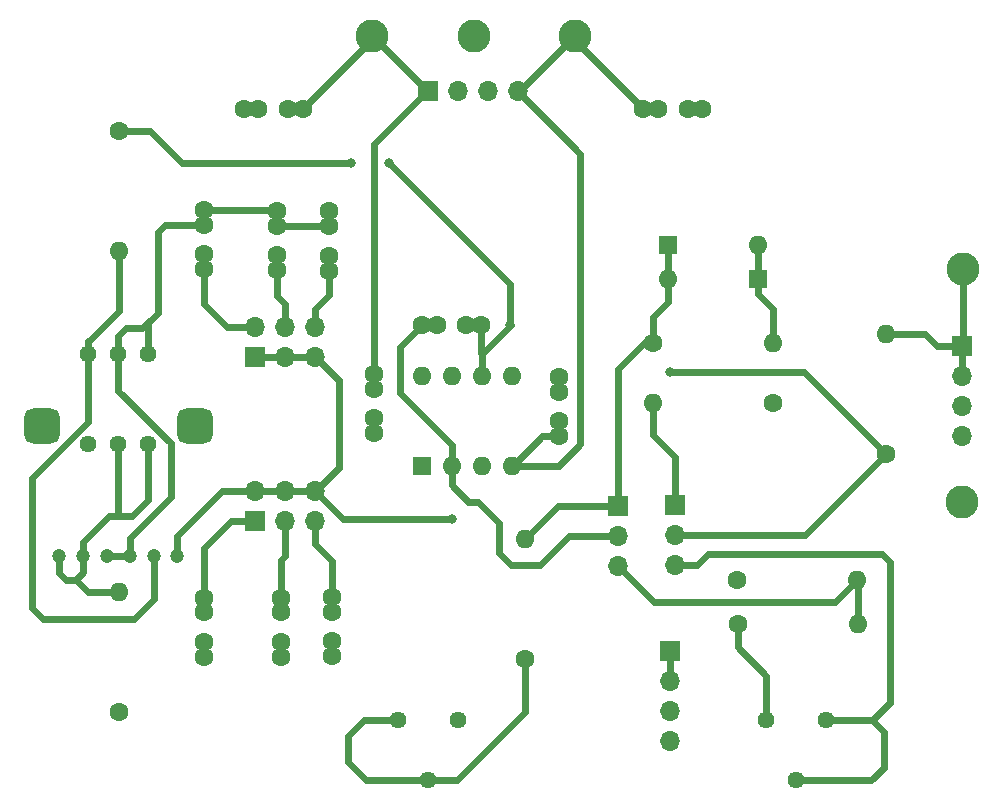
<source format=gbr>
%TF.GenerationSoftware,KiCad,Pcbnew,8.0.4*%
%TF.CreationDate,2025-02-12T17:53:24-08:00*%
%TF.ProjectId,wien_bridge_oscillator,7769656e-5f62-4726-9964-67655f6f7363,rev?*%
%TF.SameCoordinates,Original*%
%TF.FileFunction,Copper,L1,Top*%
%TF.FilePolarity,Positive*%
%FSLAX46Y46*%
G04 Gerber Fmt 4.6, Leading zero omitted, Abs format (unit mm)*
G04 Created by KiCad (PCBNEW 8.0.4) date 2025-02-12 17:53:24*
%MOMM*%
%LPD*%
G01*
G04 APERTURE LIST*
G04 Aperture macros list*
%AMRoundRect*
0 Rectangle with rounded corners*
0 $1 Rounding radius*
0 $2 $3 $4 $5 $6 $7 $8 $9 X,Y pos of 4 corners*
0 Add a 4 corners polygon primitive as box body*
4,1,4,$2,$3,$4,$5,$6,$7,$8,$9,$2,$3,0*
0 Add four circle primitives for the rounded corners*
1,1,$1+$1,$2,$3*
1,1,$1+$1,$4,$5*
1,1,$1+$1,$6,$7*
1,1,$1+$1,$8,$9*
0 Add four rect primitives between the rounded corners*
20,1,$1+$1,$2,$3,$4,$5,0*
20,1,$1+$1,$4,$5,$6,$7,0*
20,1,$1+$1,$6,$7,$8,$9,0*
20,1,$1+$1,$8,$9,$2,$3,0*%
G04 Aperture macros list end*
%TA.AperFunction,ComponentPad*%
%ADD10C,1.600000*%
%TD*%
%TA.AperFunction,ComponentPad*%
%ADD11O,1.600000X1.600000*%
%TD*%
%TA.AperFunction,ComponentPad*%
%ADD12C,2.800000*%
%TD*%
%TA.AperFunction,ComponentPad*%
%ADD13R,1.600000X1.600000*%
%TD*%
%TA.AperFunction,ComponentPad*%
%ADD14R,1.700000X1.700000*%
%TD*%
%TA.AperFunction,ComponentPad*%
%ADD15O,1.700000X1.700000*%
%TD*%
%TA.AperFunction,ComponentPad*%
%ADD16C,1.440000*%
%TD*%
%TA.AperFunction,ComponentPad*%
%ADD17RoundRect,0.750000X0.750000X0.750000X-0.750000X0.750000X-0.750000X-0.750000X0.750000X-0.750000X0*%
%TD*%
%TA.AperFunction,ComponentPad*%
%ADD18C,1.200000*%
%TD*%
%TA.AperFunction,ViaPad*%
%ADD19C,0.800000*%
%TD*%
%TA.AperFunction,Conductor*%
%ADD20C,0.600000*%
%TD*%
G04 APERTURE END LIST*
D10*
%TO.P,R4,1*%
%TO.N,Net-(D1-A)*%
X170307000Y-89789000D03*
D11*
%TO.P,R4,2*%
%TO.N,Net-(J1-Pin_1)*%
X160147000Y-89789000D03*
%TD*%
D10*
%TO.P,C7,1*%
%TO.N,/IN-*%
X140614400Y-83210400D03*
X141864400Y-83210400D03*
%TO.P,C7,2*%
%TO.N,Net-(J1-Pin_2)*%
X144364400Y-83210400D03*
X145614400Y-83210400D03*
%TD*%
D12*
%TO.P,TP1,1,1*%
%TO.N,VCC*%
X136391000Y-58699400D03*
%TD*%
%TO.P,TP5,1,1*%
%TO.N,GND*%
X186309000Y-98171000D03*
%TD*%
D13*
%TO.P,U1,1,NULL*%
%TO.N,/NN*%
X140614400Y-95173800D03*
D11*
%TO.P,U1,2,-*%
%TO.N,/IN-*%
X143154400Y-95173800D03*
%TO.P,U1,3,+*%
%TO.N,Net-(J10-Pin_2)*%
X145694400Y-95173800D03*
%TO.P,U1,4,V-*%
%TO.N,VSS*%
X148234400Y-95173800D03*
%TO.P,U1,5,NULL*%
%TO.N,/NP1*%
X148234400Y-87553800D03*
%TO.P,U1,6*%
%TO.N,Net-(J1-Pin_2)*%
X145694400Y-87553800D03*
%TO.P,U1,7,V+*%
%TO.N,VCC*%
X143154400Y-87553800D03*
%TO.P,U1,8,ALT*%
%TO.N,unconnected-(U1-ALT-Pad8)*%
X140614400Y-87553800D03*
%TD*%
D14*
%TO.P,J9,1,Pin_1*%
%TO.N,Net-(D1-K)*%
X157175200Y-98501200D03*
D15*
%TO.P,J9,2,Pin_2*%
%TO.N,/IN-*%
X157175200Y-101041200D03*
%TO.P,J9,3,Pin_3*%
%TO.N,/FB_BULB*%
X157175200Y-103581200D03*
%TD*%
D13*
%TO.P,D2,1,K*%
%TO.N,Net-(D1-A)*%
X169037000Y-79324200D03*
D11*
%TO.P,D2,2,A*%
%TO.N,Net-(D1-K)*%
X161417000Y-79324200D03*
%TD*%
D10*
%TO.P,C6,1*%
%TO.N,VCC*%
X130516000Y-64871600D03*
X129266000Y-64871600D03*
%TO.P,C6,2*%
%TO.N,GND*%
X126766000Y-64871600D03*
X125516000Y-64871600D03*
%TD*%
D14*
%TO.P,J10,1,Pin_1*%
%TO.N,Net-(J10-Pin_1)*%
X126492000Y-99796600D03*
D15*
%TO.P,J10,2,Pin_2*%
%TO.N,Net-(J10-Pin_2)*%
X126492000Y-97256600D03*
%TO.P,J10,3,Pin_3*%
%TO.N,Net-(J10-Pin_3)*%
X129032000Y-99796600D03*
%TO.P,J10,4,Pin_4*%
%TO.N,Net-(J10-Pin_2)*%
X129032000Y-97256600D03*
%TO.P,J10,5,Pin_5*%
%TO.N,Net-(J10-Pin_5)*%
X131572000Y-99796600D03*
%TO.P,J10,6,Pin_6*%
%TO.N,Net-(J10-Pin_2)*%
X131572000Y-97256600D03*
%TD*%
D14*
%TO.P,J1,1,Pin_1*%
%TO.N,Net-(J1-Pin_1)*%
X162001200Y-98425000D03*
D15*
%TO.P,J1,2,Pin_2*%
%TO.N,Net-(J1-Pin_2)*%
X162001200Y-100965000D03*
%TO.P,J1,3,Pin_3*%
%TO.N,/OUT_BULB*%
X162001200Y-103505000D03*
%TD*%
D10*
%TO.P,C4,1*%
%TO.N,GND*%
X152196800Y-87597600D03*
X152196800Y-88847600D03*
%TO.P,C4,2*%
%TO.N,VSS*%
X152196800Y-91347600D03*
X152196800Y-92597600D03*
%TD*%
D12*
%TO.P,TP4,1,1*%
%TO.N,Net-(J2-Pin_1)*%
X186436000Y-78486000D03*
%TD*%
D10*
%TO.P,C5,1*%
%TO.N,Net-(J7-Pin_2)*%
X122148800Y-78465600D03*
X122148800Y-77215600D03*
%TO.P,C5,2*%
%TO.N,Net-(C2-Pad2)*%
X122148800Y-74715600D03*
X122148800Y-73465600D03*
%TD*%
%TO.P,C1,1*%
%TO.N,GND*%
X132994400Y-111205000D03*
X132994400Y-109955000D03*
%TO.P,C1,2*%
%TO.N,Net-(J10-Pin_5)*%
X132994400Y-107455000D03*
X132994400Y-106205000D03*
%TD*%
%TO.P,C9,1*%
%TO.N,GND*%
X164348800Y-64871600D03*
X163098800Y-64871600D03*
%TO.P,C9,2*%
%TO.N,VSS*%
X160598800Y-64871600D03*
X159348800Y-64871600D03*
%TD*%
D14*
%TO.P,J2,1,Pin_1*%
%TO.N,Net-(J2-Pin_1)*%
X186309000Y-84963000D03*
D15*
%TO.P,J2,2,Pin_2*%
X186309000Y-87503000D03*
%TO.P,J2,3,Pin_3*%
%TO.N,GND*%
X186309000Y-90043000D03*
%TO.P,J2,4,Pin_4*%
X186309000Y-92583000D03*
%TD*%
D16*
%TO.P,RV1,1,1*%
%TO.N,Net-(R18-Pad1)*%
X138557000Y-116662200D03*
%TO.P,RV1,2,2*%
X141097000Y-121742200D03*
%TO.P,RV1,3,3*%
%TO.N,GND*%
X143637000Y-116662200D03*
%TD*%
D10*
%TO.P,C8,1*%
%TO.N,Net-(J7-Pin_4)*%
X128346200Y-78541800D03*
X128346200Y-77291800D03*
%TO.P,C8,2*%
%TO.N,Net-(C2-Pad2)*%
X128346200Y-74791800D03*
X128346200Y-73541800D03*
%TD*%
%TO.P,R1,1*%
%TO.N,Net-(J6-Pin_1)*%
X167259000Y-104800400D03*
D11*
%TO.P,R1,2*%
%TO.N,/FB_BULB*%
X177419000Y-104800400D03*
%TD*%
D10*
%TO.P,C10,1*%
%TO.N,GND*%
X122123200Y-111288200D03*
X122123200Y-110038200D03*
%TO.P,C10,2*%
%TO.N,Net-(J10-Pin_1)*%
X122123200Y-107538200D03*
X122123200Y-106288200D03*
%TD*%
D17*
%TO.P,RV5,*%
%TO.N,*%
X108409600Y-91734000D03*
X121409600Y-91734000D03*
D18*
%TO.P,RV5,1,1*%
%TO.N,Net-(R14-Pad2)*%
X111909600Y-102734000D03*
%TO.P,RV5,2,2*%
X109909600Y-102734000D03*
%TO.P,RV5,3,3*%
%TO.N,Net-(J10-Pin_2)*%
X119909600Y-102734000D03*
%TO.P,RV5,4,4*%
%TO.N,Net-(C2-Pad2)*%
X113909600Y-102734000D03*
%TO.P,RV5,5,5*%
X115909600Y-102734000D03*
%TO.P,RV5,6,6*%
%TO.N,Net-(R9-Pad2)*%
X117909600Y-102734000D03*
%TD*%
D14*
%TO.P,J6,1,Pin_1*%
%TO.N,Net-(J6-Pin_1)*%
X161620200Y-110794800D03*
D15*
%TO.P,J6,2,Pin_2*%
X161620200Y-113334800D03*
%TO.P,J6,3,Pin_3*%
%TO.N,GND*%
X161620200Y-115874800D03*
%TO.P,J6,4,Pin_4*%
X161620200Y-118414800D03*
%TD*%
D10*
%TO.P,R3,1*%
%TO.N,Net-(J1-Pin_2)*%
X179908200Y-94107000D03*
D11*
%TO.P,R3,2*%
%TO.N,Net-(J2-Pin_1)*%
X179908200Y-83947000D03*
%TD*%
D10*
%TO.P,R14,1*%
%TO.N,GND*%
X114935000Y-115951000D03*
D11*
%TO.P,R14,2*%
%TO.N,Net-(R14-Pad2)*%
X114935000Y-105791000D03*
%TD*%
D14*
%TO.P,J7,1,Pin_1*%
%TO.N,Net-(J10-Pin_2)*%
X126502400Y-85877400D03*
D15*
%TO.P,J7,2,Pin_2*%
%TO.N,Net-(J7-Pin_2)*%
X126502400Y-83337400D03*
%TO.P,J7,3,Pin_3*%
%TO.N,Net-(J10-Pin_2)*%
X129042400Y-85877400D03*
%TO.P,J7,4,Pin_4*%
%TO.N,Net-(J7-Pin_4)*%
X129042400Y-83337400D03*
%TO.P,J7,5,Pin_5*%
%TO.N,Net-(J10-Pin_2)*%
X131582400Y-85877400D03*
%TO.P,J7,6,Pin_6*%
%TO.N,Net-(J7-Pin_6)*%
X131582400Y-83337400D03*
%TD*%
D10*
%TO.P,R6,1*%
%TO.N,Net-(D1-K)*%
X160147000Y-84759800D03*
D11*
%TO.P,R6,2*%
%TO.N,Net-(D1-A)*%
X170307000Y-84759800D03*
%TD*%
D10*
%TO.P,C11,1*%
%TO.N,GND*%
X128651000Y-111288200D03*
X128651000Y-110038200D03*
%TO.P,C11,2*%
%TO.N,Net-(J10-Pin_3)*%
X128651000Y-107538200D03*
X128651000Y-106288200D03*
%TD*%
%TO.P,C2,1*%
%TO.N,Net-(J7-Pin_6)*%
X132765800Y-78587600D03*
X132765800Y-77337600D03*
%TO.P,C2,2*%
%TO.N,Net-(C2-Pad2)*%
X132765800Y-74837600D03*
X132765800Y-73587600D03*
%TD*%
D16*
%TO.P,RV3,1,1*%
%TO.N,Net-(R2-Pad1)*%
X169722800Y-116662200D03*
%TO.P,RV3,2,2*%
%TO.N,/OUT_BULB*%
X172262800Y-121742200D03*
%TO.P,RV3,3,3*%
X174802800Y-116662200D03*
%TD*%
D10*
%TO.P,R9,1*%
%TO.N,Net-(J1-Pin_2)*%
X114935000Y-66802000D03*
D11*
%TO.P,R9,2*%
%TO.N,Net-(R9-Pad2)*%
X114935000Y-76962000D03*
%TD*%
D12*
%TO.P,TP2,1,1*%
%TO.N,GND*%
X144981000Y-58699400D03*
%TD*%
D10*
%TO.P,C3,1*%
%TO.N,VCC*%
X136575800Y-87352800D03*
X136575800Y-88602800D03*
%TO.P,C3,2*%
%TO.N,GND*%
X136575800Y-91102800D03*
X136575800Y-92352800D03*
%TD*%
D16*
%TO.P,RV2,1,1*%
%TO.N,Net-(R14-Pad2)*%
X117449600Y-93268800D03*
%TO.P,RV2,2,2*%
X114909600Y-93268800D03*
%TO.P,RV2,3,3*%
%TO.N,Net-(J10-Pin_2)*%
X112369600Y-93268800D03*
%TO.P,RV2,4,4*%
%TO.N,Net-(C2-Pad2)*%
X117449600Y-85648800D03*
%TO.P,RV2,5,5*%
X114909600Y-85648800D03*
%TO.P,RV2,6,6*%
%TO.N,Net-(R9-Pad2)*%
X112369600Y-85648800D03*
%TD*%
D10*
%TO.P,R18,1*%
%TO.N,Net-(R18-Pad1)*%
X149352000Y-111480600D03*
D11*
%TO.P,R18,2*%
%TO.N,Net-(D1-K)*%
X149352000Y-101320600D03*
%TD*%
D12*
%TO.P,TP3,1,1*%
%TO.N,VSS*%
X153536000Y-58699400D03*
%TD*%
D14*
%TO.P,J5,1,Pin_1*%
%TO.N,VCC*%
X141090000Y-63398400D03*
D15*
%TO.P,J5,2,Pin_2*%
%TO.N,GND*%
X143630000Y-63398400D03*
%TO.P,J5,3,Pin_3*%
X146170000Y-63398400D03*
%TO.P,J5,4,Pin_4*%
%TO.N,VSS*%
X148710000Y-63398400D03*
%TD*%
D13*
%TO.P,D1,1,K*%
%TO.N,Net-(D1-K)*%
X161417000Y-76383800D03*
D11*
%TO.P,D1,2,A*%
%TO.N,Net-(D1-A)*%
X169037000Y-76383800D03*
%TD*%
D10*
%TO.P,R2,1*%
%TO.N,Net-(R2-Pad1)*%
X167346000Y-108508000D03*
D11*
%TO.P,R2,2*%
%TO.N,/FB_BULB*%
X177506000Y-108508000D03*
%TD*%
D19*
%TO.N,Net-(J1-Pin_2)*%
X137845800Y-69519800D03*
X161645600Y-87198200D03*
X148082000Y-83185000D03*
X134594600Y-69519800D03*
%TO.N,Net-(J10-Pin_2)*%
X143154400Y-99593400D03*
%TD*%
D20*
%TO.N,VSS*%
X159348800Y-64871600D02*
X153536000Y-59058800D01*
X152196800Y-95097600D02*
X154025600Y-93268800D01*
X152196800Y-95097600D02*
X148354400Y-95097600D01*
X154025600Y-93268800D02*
X154025600Y-68714000D01*
X153536000Y-59058800D02*
X153536000Y-58699400D01*
X154025600Y-68714000D02*
X148710000Y-63398400D01*
X148837000Y-63398400D02*
X148710000Y-63398400D01*
X153536000Y-58699400D02*
X148837000Y-63398400D01*
X152196800Y-92597600D02*
X150810600Y-92597600D01*
X150810600Y-92597600D02*
X148209000Y-95199200D01*
X148354400Y-95097600D02*
X148218200Y-95233800D01*
%TO.N,VCC*%
X136391000Y-58699400D02*
X141090000Y-63398400D01*
X130516000Y-64871600D02*
X136391000Y-58996600D01*
X136575800Y-67881500D02*
X141058900Y-63398400D01*
X136391000Y-58996600D02*
X136391000Y-58699400D01*
X141058900Y-63398400D02*
X141090000Y-63398400D01*
X136575800Y-87352800D02*
X136575800Y-67881500D01*
%TO.N,/IN-*%
X157175200Y-101041200D02*
X153085800Y-101041200D01*
X148132800Y-103479600D02*
X147116800Y-102463600D01*
X145389600Y-98196400D02*
X144551400Y-98196400D01*
X147116800Y-102463600D02*
X147116800Y-99923600D01*
X147116800Y-99923600D02*
X145389600Y-98196400D01*
X140614400Y-83210400D02*
X138760200Y-85064600D01*
X144551400Y-98196400D02*
X143138200Y-96783200D01*
X150647400Y-103479600D02*
X148132800Y-103479600D01*
X143138200Y-93354200D02*
X143138200Y-95233800D01*
X138760200Y-88976200D02*
X143138200Y-93354200D01*
X138760200Y-85064600D02*
X138760200Y-88976200D01*
X153085800Y-101041200D02*
X150647400Y-103479600D01*
X143138200Y-96783200D02*
X143138200Y-95233800D01*
%TO.N,Net-(J2-Pin_1)*%
X186309000Y-87503000D02*
X186309000Y-84963000D01*
X186436000Y-78486000D02*
X186436000Y-84836000D01*
X186309000Y-84963000D02*
X184226200Y-84963000D01*
X186436000Y-84836000D02*
X186309000Y-84963000D01*
X183210200Y-83947000D02*
X179908200Y-83947000D01*
X184226200Y-84963000D02*
X183210200Y-83947000D01*
%TO.N,Net-(D1-A)*%
X169037000Y-80543400D02*
X170307000Y-81813400D01*
X169037000Y-79324200D02*
X169037000Y-80543400D01*
X169037000Y-76383800D02*
X169037000Y-79324200D01*
X170307000Y-81813400D02*
X170307000Y-84759800D01*
%TO.N,Net-(D1-K)*%
X159371229Y-84759800D02*
X160147000Y-84759800D01*
X157175200Y-98501200D02*
X152171400Y-98501200D01*
X152171400Y-98501200D02*
X149352000Y-101320600D01*
X161417000Y-81254600D02*
X160147000Y-82524600D01*
X157175200Y-86955829D02*
X159371229Y-84759800D01*
X161417000Y-76383800D02*
X161417000Y-79324200D01*
X161417000Y-79324200D02*
X161417000Y-81254600D01*
X160147000Y-82524600D02*
X160147000Y-84759800D01*
X157175200Y-98501200D02*
X157175200Y-86955829D01*
%TO.N,Net-(J1-Pin_2)*%
X145678200Y-85646600D02*
X148114400Y-83210400D01*
X117602000Y-66802000D02*
X114935000Y-66802000D01*
X137845800Y-69519800D02*
X148082000Y-79756000D01*
X148082000Y-83185000D02*
X148114400Y-83210400D01*
X172999400Y-87198200D02*
X176758600Y-90957400D01*
X134594600Y-69519800D02*
X120319800Y-69519800D01*
X161645600Y-87198200D02*
X172999400Y-87198200D01*
X120319800Y-69519800D02*
X117602000Y-66802000D01*
X145678200Y-85646600D02*
X145614400Y-85582800D01*
X162001200Y-100965000D02*
X173050200Y-100965000D01*
X148082000Y-79756000D02*
X148082000Y-83185000D01*
X176758600Y-90957400D02*
X179908200Y-94107000D01*
X145678200Y-87613800D02*
X145678200Y-85646600D01*
X173050200Y-100965000D02*
X179908200Y-94107000D01*
X145614400Y-85582800D02*
X145614400Y-83210400D01*
%TO.N,/OUT_BULB*%
X178714400Y-116662200D02*
X179705000Y-117652800D01*
X174802800Y-116662200D02*
X178714400Y-116662200D01*
X162001200Y-103505000D02*
X163906200Y-103505000D01*
X179705000Y-117652800D02*
X179705000Y-120675400D01*
X179527200Y-102565200D02*
X180213000Y-103251000D01*
X180213000Y-103251000D02*
X180213000Y-115163600D01*
X163906200Y-103505000D02*
X164846000Y-102565200D01*
X180213000Y-115163600D02*
X178714400Y-116662200D01*
X178638200Y-121742200D02*
X172262800Y-121742200D01*
X179705000Y-120675400D02*
X178638200Y-121742200D01*
X164846000Y-102565200D02*
X179527200Y-102565200D01*
%TO.N,/FB_BULB*%
X175590200Y-106629200D02*
X177419000Y-104800400D01*
X177506000Y-108508000D02*
X177506000Y-104887400D01*
X177506000Y-104887400D02*
X177419000Y-104800400D01*
X157175200Y-103581200D02*
X160223200Y-106629200D01*
X160223200Y-106629200D02*
X175590200Y-106629200D01*
%TO.N,Net-(R18-Pad1)*%
X149352000Y-116001800D02*
X147421600Y-117932200D01*
X143611600Y-121742200D02*
X147421600Y-117932200D01*
X149352000Y-111480600D02*
X149352000Y-116001800D01*
X134391400Y-117996400D02*
X134391400Y-120231600D01*
X135725600Y-116662200D02*
X134391400Y-117996400D01*
X134391400Y-120231600D02*
X135902000Y-121742200D01*
X138557000Y-116662200D02*
X135725600Y-116662200D01*
X135902000Y-121742200D02*
X141097000Y-121742200D01*
X141097000Y-121742200D02*
X143611600Y-121742200D01*
%TO.N,Net-(R9-Pad2)*%
X108534200Y-108102400D02*
X116230400Y-108102400D01*
X114960400Y-81991200D02*
X112395000Y-84556600D01*
X114935000Y-81965800D02*
X114960400Y-81991200D01*
X112395000Y-84556600D02*
X112369600Y-84556600D01*
X107619800Y-107188000D02*
X108534200Y-108102400D01*
X112369600Y-91440000D02*
X107619800Y-96189800D01*
X107619800Y-96189800D02*
X107619800Y-107188000D01*
X116230400Y-108102400D02*
X117909600Y-106423200D01*
X114935000Y-76962000D02*
X114935000Y-81965800D01*
X117909600Y-106423200D02*
X117909600Y-102734000D01*
X112369600Y-84556600D02*
X112369600Y-91440000D01*
%TO.N,Net-(R14-Pad2)*%
X114909600Y-99263200D02*
X114985800Y-99339400D01*
X111909600Y-104142800D02*
X111909600Y-102734000D01*
X112344200Y-105791000D02*
X111302800Y-104749600D01*
X111909600Y-102734000D02*
X111909600Y-101577400D01*
X114985800Y-99339400D02*
X116103400Y-99339400D01*
X114935000Y-105791000D02*
X112344200Y-105791000D01*
X114909600Y-93268800D02*
X114909600Y-99263200D01*
X110490000Y-104749600D02*
X111302800Y-104749600D01*
X116103400Y-99339400D02*
X117449600Y-97993200D01*
X109909600Y-104169200D02*
X110490000Y-104749600D01*
X117449600Y-97993200D02*
X117449600Y-93268800D01*
X114147600Y-99339400D02*
X114985800Y-99339400D01*
X111302800Y-104749600D02*
X111909600Y-104142800D01*
X109909600Y-102734000D02*
X109909600Y-104169200D01*
X111909600Y-101577400D02*
X114147600Y-99339400D01*
%TO.N,Net-(J10-Pin_5)*%
X131572000Y-101752400D02*
X132994400Y-103174800D01*
X131572000Y-99796600D02*
X131572000Y-101752400D01*
X132994400Y-103174800D02*
X132994400Y-106205000D01*
%TO.N,Net-(J7-Pin_6)*%
X131582400Y-81828400D02*
X132765800Y-80645000D01*
X131582400Y-83337400D02*
X131582400Y-81828400D01*
X132765800Y-80645000D02*
X132765800Y-78587600D01*
%TO.N,Net-(C2-Pad2)*%
X114909600Y-84150200D02*
X115570000Y-83489800D01*
X117640100Y-82791300D02*
X118262400Y-82169000D01*
X115570000Y-83489800D02*
X116941600Y-83489800D01*
X114909600Y-88747600D02*
X119380000Y-93218000D01*
X118262400Y-82169000D02*
X118262400Y-75311000D01*
X128270000Y-73465600D02*
X128346200Y-73541800D01*
X119380000Y-97764600D02*
X115909600Y-101235000D01*
X116941600Y-83489800D02*
X117640100Y-82791300D01*
X114909600Y-88747600D02*
X114909600Y-85648800D01*
X117449600Y-85648800D02*
X117449600Y-82981800D01*
X115909600Y-102734000D02*
X113909600Y-102734000D01*
X128392000Y-74837600D02*
X128346200Y-74791800D01*
X117449600Y-82981800D02*
X117640100Y-82791300D01*
X122148800Y-73465600D02*
X128270000Y-73465600D01*
X114909600Y-85648800D02*
X114909600Y-84150200D01*
X132765800Y-74837600D02*
X128392000Y-74837600D01*
X119380000Y-93218000D02*
X119380000Y-97764600D01*
X118262400Y-75311000D02*
X118857800Y-74715600D01*
X118857800Y-74715600D02*
X122148800Y-74715600D01*
X115909600Y-101235000D02*
X115909600Y-102734000D01*
%TO.N,Net-(J7-Pin_2)*%
X122148800Y-78465600D02*
X122148800Y-81381800D01*
X124104400Y-83337400D02*
X126502400Y-83337400D01*
X122148800Y-81381800D02*
X124104400Y-83337400D01*
%TO.N,Net-(J7-Pin_4)*%
X128346200Y-78541800D02*
X128346200Y-80721200D01*
X128346200Y-80721200D02*
X129042400Y-81417400D01*
X129042400Y-81417400D02*
X129042400Y-83337400D01*
%TO.N,Net-(J10-Pin_1)*%
X122123200Y-102108000D02*
X122123200Y-106288200D01*
X124434600Y-99796600D02*
X122123200Y-102108000D01*
X126492000Y-99796600D02*
X124434600Y-99796600D01*
%TO.N,Net-(J10-Pin_3)*%
X129032000Y-102743000D02*
X128651000Y-103124000D01*
X129032000Y-99796600D02*
X129032000Y-102743000D01*
X128651000Y-103124000D02*
X128651000Y-106288200D01*
%TO.N,Net-(J10-Pin_2)*%
X129042400Y-85877400D02*
X131582400Y-85877400D01*
X131572000Y-97256600D02*
X133553200Y-95275400D01*
X133553200Y-87848200D02*
X133553200Y-95275400D01*
X119909600Y-101045000D02*
X119909600Y-102734000D01*
X126492000Y-97256600D02*
X123698000Y-97256600D01*
X126492000Y-97256600D02*
X129032000Y-97256600D01*
X123698000Y-97256600D02*
X119909600Y-101045000D01*
X133908800Y-99593400D02*
X131572000Y-97256600D01*
X129032000Y-97256600D02*
X131572000Y-97256600D01*
X143154400Y-99593400D02*
X133908800Y-99593400D01*
X131582400Y-85877400D02*
X133553200Y-87848200D01*
X126502400Y-85877400D02*
X129042400Y-85877400D01*
%TO.N,Net-(J6-Pin_1)*%
X161620200Y-110794800D02*
X161620200Y-113334800D01*
%TO.N,Net-(R2-Pad1)*%
X169722800Y-112928400D02*
X169722800Y-116662200D01*
X169748200Y-112903000D02*
X169722800Y-112928400D01*
X167346000Y-110500800D02*
X169748200Y-112903000D01*
X167346000Y-108508000D02*
X167346000Y-110500800D01*
%TO.N,Net-(J1-Pin_1)*%
X160147000Y-89789000D02*
X160147000Y-92532200D01*
X160147000Y-92532200D02*
X162001200Y-94386400D01*
X162001200Y-94386400D02*
X162001200Y-98425000D01*
%TD*%
M02*

</source>
